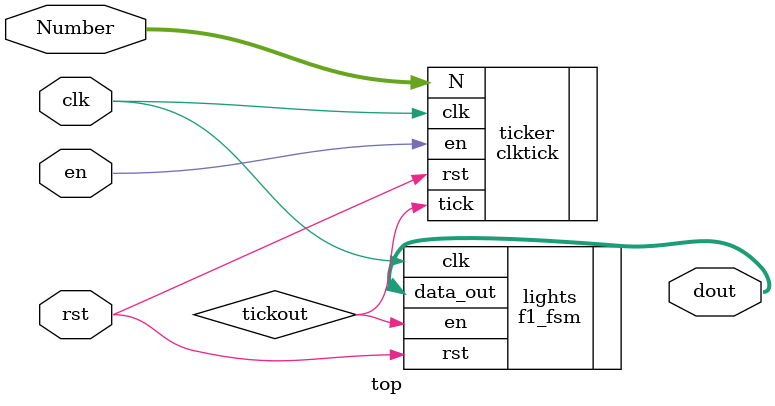
<source format=sv>
module top #(
    parameter   N_WIDTH = 16,
                LIGHT_WIDTH = 8
) (
    input logic                 en,
    input logic                 rst,
    input logic                 clk,
    input logic [N_WIDTH-1:0]     Number,
    output logic [LIGHT_WIDTH-1:0] dout
);

logic tickout;

clktick ticker (
    .clk (clk),
    .N (Number),
    .en (en),
    .rst (rst),
    .tick (tickout)
);

f1_fsm lights (
    .clk (clk),
    .en (tickout),
    .rst (rst),
    .data_out (dout)
);
    
endmodule

</source>
